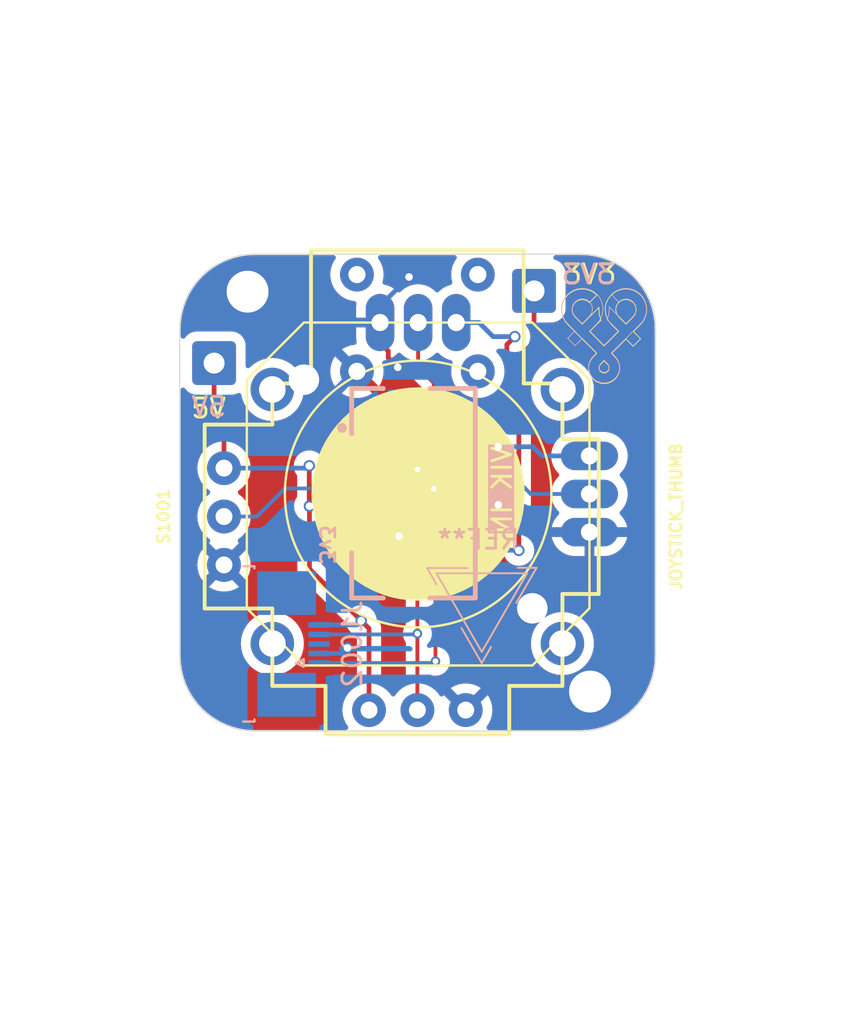
<source format=kicad_pcb>
(kicad_pcb (version 20221018) (generator pcbnew)
  (layers (0 "F.Cu" signal) (31 "B.Cu" signal) (34 "B.Paste" user) (35 "F.Paste" user) (36 "B.SilkS" user "B.Silkscreen") (37 "F.SilkS" user "F.Silkscreen") (38 "B.Mask" user) (39 "F.Mask" user) (44 "Edge.Cuts" user))
  (net 0 "")
  (net 1 "GND")
  (net 2 "VDD_5V")
  (net 3 "VDD_3.3V")
  (net 4 "SCLK")
  (net 5 "MOSI")
  (net 6 "MISO")
  (net 8 "RGB_LED_IN")
  (net 9 "CS")
  (net 10 "GPIO_AD2")
  (net 11 "GPIO_AD1")
  (net 12 "SCL")
  (net 13 "SDA")
  (footprint "local:sparkfun_9032_joystick_thumb" (layer "F.Cu") (at 81.569194 111.984771)
    (fp_text reference "S1001" (at -13.335 0 90) (layer "F.SilkS") (effects (font (size 0.6096 0.6096) (thickness 0.127))))
    (fp_text value "JOYSTICK_THUMB" (at 13.589 0 90) (layer "F.SilkS") (effects (font (size 0.6096 0.6096) (thickness 0.127))))
    (fp_line (start -11.176 -4.826) (end -11.176 4.826) (stroke (width 0.2032)) (layer "F.SilkS"))
    (fp_line (start -7.62 -4.826) (end -11.176 -4.826) (stroke (width 0.2032)) (layer "F.SilkS"))
    (fp_line (start -7.62 -4.826) (end -7.62 -6.985) (stroke (width 0.2032)) (layer "F.SilkS"))
    (fp_line (start -7.62 4.826) (end -11.176 4.826) (stroke (width 0.2032)) (layer "F.SilkS"))
    (fp_line (start -7.62 4.826) (end -7.62 8.89) (stroke (width 0.2032)) (layer "F.SilkS"))
    (fp_line (start -5.588 -13.97) (end -5.588 -6.985) (stroke (width 0.2032)) (layer "F.SilkS"))
    (fp_line (start -5.588 -6.985) (end -7.62 -6.985) (stroke (width 0.2032)) (layer "F.SilkS"))
    (fp_line (start -4.826 8.89) (end -7.62 8.89) (stroke (width 0.2032)) (layer "F.SilkS"))
    (fp_line (start -4.826 11.43) (end -4.826 8.89) (stroke (width 0.2032)) (layer "F.SilkS"))
    (fp_line (start 4.826 8.89) (end 7.62 8.89) (stroke (width 0.2032)) (layer "F.SilkS"))
    (fp_line (start 4.826 11.43) (end -4.826 11.43) (stroke (width 0.2032)) (layer "F.SilkS"))
    (fp_line (start 4.826 11.43) (end 4.826 8.89) (stroke (width 0.2032)) (layer "F.SilkS"))
    (fp_line (start 5.588 -13.97) (end -5.588 -13.97) (stroke (width 0.2032)) (layer "F.SilkS"))
    (fp_line (start 5.588 -13.97) (end 5.588 -6.985) (stroke (width 0.2032)) (layer "F.SilkS"))
    (fp_line (start 7.62 -6.985) (end 5.588 -6.985) (stroke (width 0.2032)) (layer "F.SilkS"))
    (fp_line (start 7.62 -4.064) (end 7.62 -6.985) (stroke (width 0.2032)) (layer "F.SilkS"))
    (fp_line (start 7.62 -4.064) (end 9.525 -4.064) (stroke (width 0.2032)) (layer "F.SilkS"))
    (fp_line (start 7.62 4.064) (end 7.62 8.89) (stroke (width 0.2032)) (layer "F.SilkS"))
    (fp_line (start 7.62 4.064) (end 9.525 4.064) (stroke (width 0.2032)) (layer "F.SilkS"))
    (fp_line (start 9.525 -4.064) (end 9.525 4.064) (stroke (width 0.2032)) (layer "F.SilkS"))
    (fp_circle (center 0 0) (end 0 -0.635) (stroke (width 0.2032)) (fill none) (layer "F.SilkS"))
    (pad "B1A" thru_hole circle (at -3.175 -12.7) (size 1.778 1.778) (drill 0.89916) (layers "*.Cu" "*.Mask"))
    (pad "B1B" thru_hole circle (at 3.175 -12.7) (size 1.778 1.778) (drill 0.89916) (layers "*.Cu" "*.Mask"))
    (pad "B2A" thru_hole circle (at -3.175 -7.62) (size 1.778 1.778) (drill 0.89916) (layers "*.Cu" "*.Mask") (net 1 "GND"))
    (pad "B2B" thru_hole circle (at 3.175 -7.62) (size 1.778 1.778) (drill 0.89916) (layers "*.Cu" "*.Mask"))
    (pad "H1" thru_hole circle (at -2.54 10.16) (size 1.778 1.778) (drill 0.889) (layers "*.Cu" "*.Mask") (net 2 "VDD_5V"))
    (pad "H2" thru_hole circle (at 0 10.16) (size 1.778 1.778) (drill 0.889) (layers "*.Cu" "*.Mask") (net 10 "GPIO_AD2"))
    (pad "H3" thru_hole circle (at 2.54 10.16) (size 1.778 1.778) (drill 0.889) (layers "*.Cu" "*.Mask") (net 1 "GND"))
    (pad "MOUN" thru_hole circle (at -7.62 -6.6675) (size 2.286 2.286) (drill 1.397) (layers "*.Cu" "*.Mask"))
    (pad "MOUN" thru_hole circle (at -7.62 6.6675) (size 2.286 2.286) (drill 1.397) (layers "*.Cu" "*.Mask"))
    (pad "MOUN" thru_hole circle (at 7.62 -6.6675) (size 2.286 2.286) (drill 1.397) (layers "*.Cu" "*.Mask"))
    (pad "MOUN" thru_hole circle (at 7.62 6.6675) (size 2.286 2.286) (drill 1.397) (layers "*.Cu" "*.Mask"))
    (pad "V1" thru_hole circle (at -10.16 -2.54) (size 1.778 1.778) (drill 0.889) (layers "*.Cu" "*.Mask") (net 2 "VDD_5V"))
    (pad "V2" thru_hole circle (at -10.16 0) (size 1.778 1.778) (drill 0.889) (layers "*.Cu" "*.Mask") (net 11 "GPIO_AD1"))
    (pad "V3" thru_hole circle (at -10.16 2.54) (size 1.778 1.778) (drill 0.889) (layers "*.Cu" "*.Mask") (net 1 "GND"))
  )
  (footprint "MountingHole:MountingHole_2.2mm_M2_ISO7380" (layer "F.Cu") (at 72.648 100.181999)
    (fp_text reference "REF**" hide)
    (fp_text value "MountingHole_2.2mm_M2_ISO7380")
    (pad "" np_thru_hole circle (at 0 0) (size 2.2 2.2) (drill 2.2) (layers "*.Cu" "*.Mask"))
  )
  (footprint "local:fingerpunch-logo-small" (layer "F.Cu") (at 91.379194 102.322271)
    (fp_text reference "REF**" hide)
    (fp_text value "fingerpunch-logo-small" hide)
    (fp_line (start -2.235199 -1.193481) (end -2.21435 -0.979777) (stroke (width 0.04)) (layer "F.SilkS"))
    (fp_line (start -2.21435 -1.407105) (end -2.235199 -1.193481) (stroke (width 0.04)) (layer "F.SilkS"))
    (fp_line (start -2.21435 -0.979777) (end -2.153072 -0.777133) (stroke (width 0.04)) (layer "F.SilkS"))
    (fp_line (start -2.153073 -1.609617) (end -2.21435 -1.407105) (stroke (width 0.04)) (layer "F.SilkS"))
    (fp_line (start -2.153072 -0.777133) (end -2.053272 -0.59047) (stroke (width 0.04)) (layer "F.SilkS"))
    (fp_line (start -2.053272 -1.796253) (end -2.153073 -1.609617) (stroke (width 0.04)) (layer "F.SilkS"))
    (fp_line (start -2.053272 -0.59047) (end -1.916853 -0.424709) (stroke (width 0.04)) (layer "F.SilkS"))
    (fp_line (start -1.916853 -1.962253) (end -2.053272 -1.796253) (stroke (width 0.04)) (layer "F.SilkS"))
    (fp_line (start -1.916853 -0.424709) (end -0.390027 1.102123) (stroke (width 0.04)) (layer "F.SilkS"))
    (fp_line (start -1.746444 -2.101345) (end -1.916853 -1.962253) (stroke (width 0.04)) (layer "F.SilkS"))
    (fp_line (start -1.683736 -1.193481) (end -1.643167 -1.398727) (stroke (width 0.04)) (layer "F.SilkS"))
    (fp_line (start -1.643167 -1.398727) (end -1.526821 -1.572223) (stroke (width 0.04)) (layer "F.SilkS"))
    (fp_line (start -1.643167 -0.988447) (end -1.683736 -1.193481) (stroke (width 0.04)) (layer "F.SilkS"))
    (fp_line (start -1.557302 -2.200696) (end -1.746444 -2.101345) (stroke (width 0.04)) (layer "F.SilkS"))
    (fp_line (start -1.526821 -1.572223) (end -1.349639 -1.689698) (stroke (width 0.04)) (layer "F.SilkS"))
    (fp_line (start -1.526821 -0.814739) (end -1.643167 -0.988447) (stroke (width 0.04)) (layer "F.SilkS"))
    (fp_line (start -1.355672 -2.260306) (end -1.557302 -2.200696) (stroke (width 0.04)) (layer "F.SilkS"))
    (fp_line (start -1.349639 -1.689698) (end -1.147797 -1.728856) (stroke (width 0.04)) (layer "F.SilkS"))
    (fp_line (start -1.148079 -0.435997) (end -1.526821 -0.814739) (stroke (width 0.04)) (layer "F.SilkS"))
    (fp_line (start -1.147798 -2.280176) (end -1.355672 -2.260306) (stroke (width 0.04)) (layer "F.SilkS"))
    (fp_line (start -1.147797 -1.728856) (end -0.945955 -1.689698) (stroke (width 0.04)) (layer "F.SilkS"))
    (fp_line (start -0.945955 -1.689698) (end -0.768773 -1.572223) (stroke (width 0.04)) (layer "F.SilkS"))
    (fp_line (start -0.939924 -2.260306) (end -1.147798 -2.280176) (stroke (width 0.04)) (layer "F.SilkS"))
    (fp_line (start -0.816182 1.867226) (end -0.801259 2.023394) (stroke (width 0.04)) (layer "F.SilkS"))
    (fp_line (start -0.801259 1.711059) (end -0.816182 1.867226) (stroke (width 0.04)) (layer "F.SilkS"))
    (fp_line (start -0.801259 2.023394) (end -0.756492 2.174866) (stroke (width 0.04)) (layer "F.SilkS"))
    (fp_line (start -0.768773 -1.572223) (end -0.378743 -1.962253) (stroke (width 0.04)) (layer "F.SilkS"))
    (fp_line (start -0.757487 -0.045957) (end -0.160869 -0.642575) (stroke (width 0.04)) (layer "F.SilkS"))
    (fp_line (start -0.756492 1.559587) (end -0.801259 1.711059) (stroke (width 0.04)) (layer "F.SilkS"))
    (fp_line (start -0.756492 2.174866) (end -0.68188 2.316945) (stroke (width 0.04)) (layer "F.SilkS"))
    (fp_line (start -0.738294 -2.200696) (end -0.939924 -2.260306) (stroke (width 0.04)) (layer "F.SilkS"))
    (fp_line (start -0.68188 1.417508) (end -0.756492 1.559587) (stroke (width 0.04)) (layer "F.SilkS"))
    (fp_line (start -0.68188 2.316945) (end -0.577422 2.444934) (stroke (width 0.04)) (layer "F.SilkS"))
    (fp_line (start -0.577422 1.289518) (end -0.68188 1.417508) (stroke (width 0.04)) (layer "F.SilkS"))
    (fp_line (start -0.577422 2.444934) (end -0.449408 2.549392) (stroke (width 0.04)) (layer "F.SilkS"))
    (fp_line (start -0.549152 -2.101345) (end -0.738294 -2.200696) (stroke (width 0.04)) (layer "F.SilkS"))
    (fp_line (start -0.449408 2.549392) (end -0.307265 2.624004) (stroke (width 0.04)) (layer "F.SilkS"))
    (fp_line (start -0.390027 1.102123) (end -0.577422 1.289518) (stroke (width 0.04)) (layer "F.SilkS"))
    (fp_line (start -0.378743 -1.962253) (end -0.549152 -2.101345) (stroke (width 0.04)) (layer "F.SilkS"))
    (fp_line (start -0.307265 2.624004) (end -0.155704 2.668772) (stroke (width 0.04)) (layer "F.SilkS"))
    (fp_line (start -0.273758 -1.202503) (end -0.268113 -1.315956) (stroke (width 0.04)) (layer "F.SilkS"))
    (fp_line (start -0.268113 -1.315956) (end -1.148079 -0.435997) (stroke (width 0.04)) (layer "F.SilkS"))
    (fp_line (start -0.264873 1.867783) (end -0.245505 1.767806) (stroke (width 0.04)) (layer "F.SilkS"))
    (fp_line (start -0.245505 1.767806) (end -0.187403 1.680105) (stroke (width 0.04)) (layer "F.SilkS"))
    (fp_line (start -0.245505 1.967761) (end -0.264873 1.867783) (stroke (width 0.04)) (layer "F.SilkS"))
    (fp_line (start -0.245465 -0.914707) (end -0.273758 -1.202503) (stroke (width 0.04)) (layer "F.SilkS"))
    (fp_line (start -0.187403 1.680105) (end -0.000008 1.49271) (stroke (width 0.04)) (layer "F.SilkS"))
    (fp_line (start -0.187403 2.055461) (end -0.245505 1.967761) (stroke (width 0.04)) (layer "F.SilkS"))
    (fp_line (start -0.160869 -0.642575) (end -0.245465 -0.914707) (stroke (width 0.04)) (layer "F.SilkS"))
    (fp_line (start -0.155704 2.668772) (end 0.000568 2.683694) (stroke (width 0.04)) (layer "F.SilkS"))
    (fp_line (start -0.100496 2.111976) (end -0.187403 2.055461) (stroke (width 0.04)) (layer "F.SilkS"))
    (fp_line (start -0.000008 1.49271) (end 0.187388 1.680105) (stroke (width 0.04)) (layer "F.SilkS"))
    (fp_line (start -0.000007 0.712083) (end -0.757487 -0.045957) (stroke (width 0.04)) (layer "F.SilkS"))
    (fp_line (start -0.000007 0.712083) (end -0.000007 0.712083) (stroke (width 0.04)) (layer "F.SilkS"))
    (fp_line (start 0.000275 2.130814) (end -0.100496 2.111976) (stroke (width 0.04)) (layer "F.SilkS"))
    (fp_line (start 0.000568 2.683694) (end 0.15676 2.668772) (stroke (width 0.04)) (layer "F.SilkS"))
    (fp_line (start 0.056445 -1.200806) (end 0.097649 -0.901086) (stroke (width 0.04)) (layer "F.SilkS"))
    (fp_line (start 0.072919 -1.387735) (end 0.056445 -1.200806) (stroke (width 0.04)) (layer "F.SilkS"))
    (fp_line (start 0.097649 -0.901086) (end 0.204682 -0.648286) (stroke (width 0.04)) (layer "F.SilkS"))
    (fp_line (start 0.101046 2.111976) (end 0.000275 2.130814) (stroke (width 0.04)) (layer "F.SilkS"))
    (fp_line (start 0.120509 -1.566355) (end 0.072919 -1.387735) (stroke (width 0.04)) (layer "F.SilkS"))
    (fp_line (start 0.15676 2.668772) (end 0.30819 2.624004) (stroke (width 0.04)) (layer "F.SilkS"))
    (fp_line (start 0.187388 1.680105) (end 0.245821 1.767726) (stroke (width 0.04)) (layer "F.SilkS"))
    (fp_line (start 0.187953 2.055461) (end 0.101046 2.111976) (stroke (width 0.04)) (layer "F.SilkS"))
    (fp_line (start 0.187953 2.055461) (end 0.187953 2.055461) (stroke (width 0.04)) (layer "F.SilkS"))
    (fp_line (start 0.197732 -1.733651) (end 0.120509 -1.566355) (stroke (width 0.04)) (layer "F.SilkS"))
    (fp_line (start 0.204682 -0.648286) (end 0.374791 -0.428082) (stroke (width 0.04)) (layer "F.SilkS"))
    (fp_line (start 0.245821 1.767726) (end 0.265357 1.867571) (stroke (width 0.04)) (layer "F.SilkS"))
    (fp_line (start 0.24605 1.967522) (end 0.187953 2.055461) (stroke (width 0.04)) (layer "F.SilkS"))
    (fp_line (start 0.265357 1.867571) (end 0.24605 1.967522) (stroke (width 0.04)) (layer "F.SilkS"))
    (fp_line (start 0.303107 -1.886606) (end 0.197732 -1.733651) (stroke (width 0.04)) (layer "F.SilkS"))
    (fp_line (start 0.30819 2.624004) (end 0.450306 2.549392) (stroke (width 0.04)) (layer "F.SilkS"))
    (fp_line (start 0.374791 -0.428082) (end 0.757485 -0.045388) (stroke (width 0.04)) (layer "F.SilkS"))
    (fp_line (start 0.379871 -1.971273) (end 0.303107 -1.886606) (stroke (width 0.04)) (layer "F.SilkS"))
    (fp_line (start 0.390033 1.102123) (end 1.148081 0.344075) (stroke (width 0.04)) (layer "F.SilkS"))
    (fp_line (start 0.450306 2.549392) (end 0.578558 2.444934) (stroke (width 0.04)) (layer "F.SilkS"))
    (fp_line (start 0.550178 -2.108433) (end 0.379871 -1.971273) (stroke (width 0.04)) (layer "F.SilkS"))
    (fp_line (start 0.578558 1.289518) (end 0.390033 1.102123) (stroke (width 0.04)) (layer "F.SilkS"))
    (fp_line (start 0.578558 2.444934) (end 0.683015 2.316945) (stroke (width 0.04)) (layer "F.SilkS"))
    (fp_line (start 0.609042 -1.199689) (end 0.641215 -1.378053) (stroke (width 0.04)) (layer "F.SilkS"))
    (fp_line (start 0.641215 -1.378053) (end 0.730962 -1.534405) (stroke (width 0.04)) (layer "F.SilkS"))
    (fp_line (start 0.649188 -0.993314) (end 0.609042 -1.199689) (stroke (width 0.04)) (layer "F.SilkS"))
    (fp_line (start 0.683015 1.417508) (end 0.578558 1.289518) (stroke (width 0.04)) (layer "F.SilkS"))
    (fp_line (start 0.683015 2.316945) (end 0.757627 2.174866) (stroke (width 0.04)) (layer "F.SilkS"))
    (fp_line (start 0.730962 -1.534405) (end 0.768215 -1.578996) (stroke (width 0.04)) (layer "F.SilkS"))
    (fp_line (start 0.739025 -2.206223) (end 0.550178 -2.108433) (stroke (width 0.04)) (layer "F.SilkS"))
    (fp_line (start 0.757485 -0.045388) (end -0.000007 0.712083) (stroke (width 0.04)) (layer "F.SilkS"))
    (fp_line (start 0.757627 1.559587) (end 0.683015 1.417508) (stroke (width 0.04)) (layer "F.SilkS"))
    (fp_line (start 0.757627 2.174866) (end 0.802395 2.023394) (stroke (width 0.04)) (layer "F.SilkS"))
    (fp_line (start 0.765957 -0.818689) (end 0.649188 -0.993314) (stroke (width 0.04)) (layer "F.SilkS"))
    (fp_line (start 0.768215 -1.578996) (end 0.769344 -1.580125) (stroke (width 0.04)) (layer "F.SilkS"))
    (fp_line (start 0.769344 -1.580125) (end 0.94411 -1.694213) (stroke (width 0.04)) (layer "F.SilkS"))
    (fp_line (start 0.802395 1.711059) (end 0.757627 1.559587) (stroke (width 0.04)) (layer "F.SilkS"))
    (fp_line (start 0.802395 2.023394) (end 0.817317 1.867226) (stroke (width 0.04)) (layer "F.SilkS"))
    (fp_line (start 0.817317 1.867226) (end 0.802395 1.711059) (stroke (width 0.04)) (layer "F.SilkS"))
    (fp_line (start 0.940189 -2.264643) (end 0.739025 -2.206223) (stroke (width 0.04)) (layer "F.SilkS"))
    (fp_line (start 0.94411 -1.694213) (end 1.143006 -1.732525) (stroke (width 0.04)) (layer "F.SilkS"))
    (fp_line (start 1.143006 -1.732525) (end 1.347052 -1.692661) (stroke (width 0.04)) (layer "F.SilkS"))
    (fp_line (start 1.147444 -2.283693) (end 0.940189 -2.264643) (stroke (width 0.04)) (layer "F.SilkS"))
    (fp_line (start 1.148081 0.344075) (end 1.526823 0.722817) (stroke (width 0.04)) (layer "F.SilkS"))
    (fp_line (start 1.148651 -0.435995) (end 0.765957 -0.818689) (stroke (width 0.04)) (layer "F.SilkS"))
    (fp_line (start 1.347052 -1.692661) (end 1.527392 -1.572787) (stroke (width 0.04)) (layer "F.SilkS"))
    (fp_line (start 1.354568 -2.263373) (end 1.147444 -2.283693) (stroke (width 0.04)) (layer "F.SilkS"))
    (fp_line (start 1.526823 0.722817) (end 1.916853 0.332787) (stroke (width 0.04)) (layer "F.SilkS"))
    (fp_line (start 1.527392 -1.572787) (end 1.643738 -1.399079) (stroke (width 0.04)) (layer "F.SilkS"))
    (fp_line (start 1.527393 -0.814737) (end 1.148651 -0.435995) (stroke (width 0.04)) (layer "F.SilkS"))
    (fp_line (start 1.527393 -0.814737) (end 1.527393 -0.814737) (stroke (width 0.04)) (layer "F.SilkS"))
    (fp_line (start 1.538111 -0.045955) (end 1.916853 -0.424697) (stroke (width 0.04)) (layer "F.SilkS"))
    (fp_line (start 1.555334 -2.203683) (end 1.354568 -2.263373) (stroke (width 0.04)) (layer "F.SilkS"))
    (fp_line (start 1.643733 -0.98894) (end 1.527393 -0.814737) (stroke (width 0.04)) (layer "F.SilkS"))
    (fp_line (start 1.643738 -1.399079) (end 1.684307 -1.194045) (stroke (width 0.04)) (layer "F.SilkS"))
    (fp_line (start 1.684307 -1.194045) (end 1.643733 -0.98894) (stroke (width 0.04)) (layer "F.SilkS"))
    (fp_line (start 1.74352 -2.104623) (end 1.555334 -2.203683) (stroke (width 0.04)) (layer "F.SilkS"))
    (fp_line (start 1.912901 -1.966193) (end 1.74352 -2.104623) (stroke (width 0.04)) (layer "F.SilkS"))
    (fp_line (start 1.916853 -0.424697) (end 2.053272 -0.590697) (stroke (width 0.04)) (layer "F.SilkS"))
    (fp_line (start 1.916853 0.332787) (end 1.538111 -0.045955) (stroke (width 0.04)) (layer "F.SilkS"))
    (fp_line (start 2.051605 -1.798148) (end 1.912901 -1.966193) (stroke (width 0.04)) (layer "F.SilkS"))
    (fp_line (start 2.053272 -0.590697) (end 2.153073 -0.777333) (stroke (width 0.04)) (layer "F.SilkS"))
    (fp_line (start 2.152578 -1.610311) (end 2.051605 -1.798148) (stroke (width 0.04)) (layer "F.SilkS"))
    (fp_line (start 2.153073 -0.777333) (end 2.21435 -0.979845) (stroke (width 0.04)) (layer "F.SilkS"))
    (fp_line (start 2.214288 -1.407234) (end 2.152578 -1.610311) (stroke (width 0.04)) (layer "F.SilkS"))
    (fp_line (start 2.21435 -0.979845) (end 2.235199 -1.193469) (stroke (width 0.04)) (layer "F.SilkS"))
    (fp_line (start 2.235199 -1.193469) (end 2.214288 -1.407234) (stroke (width 0.04)) (layer "F.SilkS"))
  )
  (footprint "" (layer "F.Cu") (at 81.648 100.181999)
    (fp_text reference "" (at 0 0) (layer "F.SilkS") (effects (font (size 1.27 1.27))))
    (fp_text value "" (at 0 0) (layer "F.SilkS") (effects (font (size 1.27 1.27))))
  )
  (footprint "" (layer "F.Cu") (at 81.648 100.181999)
    (fp_text reference "" (at 0 0) (layer "F.SilkS") (effects (font (size 1.27 1.27))))
    (fp_text value "" (at 0 0) (layer "F.SilkS") (effects (font (size 1.27 1.27))))
  )
  (footprint "local:joystick_analog_xy" (layer "F.Cu") (at 81.609194 110.802271)
    (fp_text reference "JOY1001" hide)
    (fp_text value "JOYSTICK_ANALOG_XY" hide)
    (fp_line (start -9 -6) (end -6 -9) (stroke (width 0.127)) (layer "F.SilkS"))
    (fp_line (start -9 6) (end -9 -6) (stroke (width 0.127)) (layer "F.SilkS"))
    (fp_line (start -6 -9) (end 6 -9) (stroke (width 0.127)) (layer "F.SilkS"))
    (fp_line (start -6 9) (end -9 6) (stroke (width 0.127)) (layer "F.SilkS"))
    (fp_line (start 6 -9) (end 9 -6) (stroke (width 0.127)) (layer "F.SilkS"))
    (fp_line (start 6 9) (end -6 9) (stroke (width 0.127)) (layer "F.SilkS"))
    (fp_line (start 9 -6) (end 9 6) (stroke (width 0.127)) (layer "F.SilkS"))
    (fp_line (start 9 6) (end 6 9) (stroke (width 0.127)) (layer "F.SilkS"))
    (fp_circle (center 0 0) (end 7 0) (stroke (width 0.127)) (fill none) (layer "F.SilkS"))
    (fp_poly (pts (xy 0 -5.6) (xy 0.488072 -5.57869) (xy 0.97243 -5.514923) (xy 1.449387 -5.409185) (xy 1.915313 -5.262279) (xy 2.366662 -5.075324) (xy 2.8 -4.849742) (xy 3.212028 -4.587251) (xy 3.599611 -4.289849) (xy 3.959798 -3.959798) (xy 4.289849 -3.599611) (xy 4.587251 -3.212028) (xy 4.849742 -2.8) (xy 5.075324 -2.366662) (xy 5.262279 -1.915313) (xy 5.409185 -1.449387) (xy 5.514923 -0.97243) (xy 5.57869 -0.488072) (xy 5.6 0) (xy 5.57869 0.488072) (xy 5.514923 0.97243) (xy 5.409185 1.449387) (xy 5.262279 1.915313) (xy 5.075324 2.366662) (xy 4.849742 2.8) (xy 4.587251 3.212028) (xy 4.289849 3.599611) (xy 3.959798 3.959798) (xy 3.599611 4.289849) (xy 3.212028 4.587251) (xy 2.8 4.849742) (xy 2.366662 5.075324) (xy 1.915313 5.262279) (xy 1.449387 5.409185) (xy 0.97243 5.514923) (xy 0.488072 5.57869) (xy 0 5.6) (xy -0.488072 5.57869) (xy -0.97243 5.514923) (xy -1.449387 5.409185) (xy -1.915313 5.262279) (xy -2.366662 5.075324) (xy -2.8 4.849742) (xy -3.212028 4.587251) (xy -3.599611 4.289849) (xy -3.959798 3.959798) (xy -4.289849 3.599611) (xy -4.587251 3.212028) (xy -4.849742 2.8) (xy -5.075324 2.366662) (xy -5.262279 1.915313) (xy -5.409185 1.449387) (xy -5.514923 0.97243) (xy -5.57869 0.488072) (xy -5.6 0) (xy -5.57869 -0.488072) (xy -5.514923 -0.97243) (xy -5.409185 -1.449387) (xy -5.262279 -1.915313) (xy -5.075324 -2.366662) (xy -4.849742 -2.8) (xy -4.587251 -3.212028) (xy -4.289849 -3.599611) (xy -3.959798 -3.959798) (xy -3.599611 -4.289849) (xy -3.212028 -4.587251) (xy -2.8 -4.849742) (xy -2.366662 -5.075324) (xy -1.915313 -5.262279) (xy -1.449387 -5.409185) (xy -0.97243 -5.514923) (xy -0.488072 -5.57869)) (fill solid) (layer "F.SilkS"))
    (pad "" np_thru_hole circle (at -6 -6) (size 1.6 1.6) (drill 1.6) (layers "*.Cu" "*.Mask"))
    (pad "" np_thru_hole circle (at 6 6) (size 1.6 1.6) (drill 1.6) (layers "*.Cu" "*.Mask"))
    (pad "X" thru_hole oval (at 0 -9 90) (size 3 1.5) (drill 0.9) (layers "*.Cu" "*.Mask") (net 11 "GPIO_AD1"))
    (pad "X+" thru_hole oval (at 2 -9 90) (size 3 1.5) (drill 0.9) (layers "*.Cu" "*.Mask") (net 2 "VDD_5V"))
    (pad "X-" thru_hole oval (at -2 -9 90) (size 3 1.5) (drill 0.9) (layers "*.Cu" "*.Mask") (net 1 "GND"))
    (pad "Y" thru_hole oval (at 9 0) (size 3 1.5) (drill 0.9) (layers "*.Cu" "*.Mask") (net 10 "GPIO_AD2"))
    (pad "Y+" thru_hole oval (at 9 -2) (size 3 1.5) (drill 0.9) (layers "*.Cu" "*.Mask") (net 2 "VDD_5V"))
    (pad "Y-" thru_hole oval (at 9 2) (size 3 1.5) (drill 0.9) (layers "*.Cu" "*.Mask") (net 1 "GND"))
  )
  (footprint "MountingHole:MountingHole_2.2mm_M2_ISO7380" (layer "F.Cu") (at 90.638 121.171999 90)
    (fp_text reference "REF**" hide)
    (fp_text value "MountingHole_2.2mm_M2_ISO7380")
    (pad "" np_thru_hole circle (at 0 0 90) (size 2.2 2.2) (drill 2.2) (layers "*.Cu" "*.Mask"))
  )
  (footprint "Connector_Wire:SolderWire-0.5sqmm_1x01_D0.9mm_OD2.3mm" (layer "F.Cu") (at 87.699194 100.142271)
    (fp_text reference "J1001" hide)
    (fp_text value "Conn_01x01_Socket" hide)
    (pad "1" thru_hole roundrect (at 0 0) (size 2.3 2.3) (drill 1.1) (layers "*.Cu" "*.Mask") (roundrect_rratio 0.108696087) (net 3 "VDD_3.3V"))
  )
  (footprint "Connector_Wire:SolderWire-0.5sqmm_1x01_D0.9mm_OD2.3mm" (layer "F.Cu") (at 70.889194 103.932271)
    (fp_text reference "J1007" hide)
    (fp_text value "Conn_01x01_Socket" hide)
    (pad "1" thru_hole roundrect (at 0 0) (size 2.3 2.3) (drill 1.1) (layers "*.Cu" "*.Mask") (roundrect_rratio 0.108696087) (net 2 "VDD_5V"))
  )
  (footprint "vik:vik-logo-small" (layer "B.Cu") (at 84.949194 116.482271 180)
    (fp_text reference "REF**" (at 0.18 3.29 unlocked) (layer "B.SilkS") (effects (justify mirror)))
    (fp_text value "vik-logo-small")
    (fp_line (start -2.880161 1.806346) (end -1.892323 1.805976) (stroke (width 0.1)) (layer "B.SilkS"))
    (fp_line (start -2.383804 1.52) (end 2.38 1.52) (stroke (width 0.1)) (layer "B.SilkS"))
    (fp_line (start -1.815689 -0.036813) (end -2.880161 1.806346) (stroke (width 0.1)) (layer "B.SilkS"))
    (fp_line (start -0.001902 -2.605575) (end -2.383804 1.52) (stroke (width 0.1)) (layer "B.SilkS"))
    (fp_line (start 0.000114 -3.195112) (end -0.493459 -2.339419) (stroke (width 0.1)) (layer "B.SilkS"))
    (fp_line (start 0.741256 1.793386) (end 2.869715 1.793686) (stroke (width 0.1)) (layer "B.SilkS"))
    (fp_line (start 1.064084 -1.351662) (end 0.000114 -3.195112) (stroke (width 0.1)) (layer "B.SilkS"))
    (fp_line (start 2.38 1.52) (end -0.001902 -2.605575) (stroke (width 0.1)) (layer "B.SilkS"))
    (fp_line (start 2.869715 1.793686) (end 2.375449 0.938393) (stroke (width 0.1)) (layer "B.SilkS"))
  )
  (footprint "vik:vik-module-connector-horizontal" (layer "B.Cu") (at 80.317194 110.762271 -90)
    (fp_text reference "J1003" hide)
    (fp_text value "~" hide)
    (fp_text user "VIK IN" (at -2.56 -6.282 90 unlocked) (layer "B.SilkS" knockout) (effects (justify left bottom mirror)))
    (fp_text user "3v3" (at 3.79 3.938 -90 unlocked) (layer "B.SilkS") (effects (font (size 0.75 0.75)) (justify left bottom mirror)))
    (fp_line (start -5.5 -4.295) (end -5.5 -1.912) (stroke (width 0.254)) (layer "B.SilkS"))
    (fp_line (start -5.5 0.539) (end -5.5 2.2) (stroke (width 0.254)) (layer "B.SilkS"))
    (fp_line (start -5.5 2.2) (end -3.131 2.2) (stroke (width 0.254)) (layer "B.SilkS"))
    (fp_line (start 5.5 -4.295) (end -5.5 -4.295) (stroke (width 0.254)) (layer "B.SilkS"))
    (fp_line (start 5.5 -4.295) (end 5.5 -1.912) (stroke (width 0.254)) (layer "B.SilkS"))
    (fp_line (start 5.5 0.539) (end 5.5 2.2) (stroke (width 0.254)) (layer "B.SilkS"))
    (fp_line (start 5.5 2.2) (end 3.131 2.2) (stroke (width 0.254)) (layer "B.SilkS"))
    (fp_circle (center -3.429 2.708) (end -3.302 2.708) (stroke (width 0.254)) (fill none) (layer "B.SilkS"))
    (pad "1" smd rect (at -2.75 2.038 270) (size 0.28 1.25) (layers "B.Cu" "B.Paste" "B.Mask") (net 4 "SCLK"))
    (pad "2" smd rect (at -2.25 2.038 270) (size 0.28 1.25) (layers "B.Cu" "B.Paste" "B.Mask") (net 6 "MISO"))
    (pad "3" smd rect (at -1.75 2.038 270) (size 0.28 1.25) (layers "B.Cu" "B.Paste" "B.Mask") (net 9 "CS"))
    (pad "4" smd rect (at -1.25 2.038 270) (size 0.28 1.25) (layers "B.Cu" "B.Paste" "B.Mask") (net 10 "GPIO_AD2"))
    (pad "5" smd rect (at -0.75 2.038 270) (size 0.28 1.25) (layers "B.Cu" "B.Paste" "B.Mask") (net 5 "MOSI"))
    (pad "6" smd rect (at -0.25 2.038 270) (size 0.28 1.25) (layers "B.Cu" "B.Paste" "B.Mask") (net 11 "GPIO_AD1"))
    (pad "7" smd rect (at 0.25 2.038 270) (size 0.28 1.25) (layers "B.Cu" "B.Paste" "B.Mask") (net 2 "VDD_5V"))
    (pad "8" smd rect (at 0.75 2.038 270) (size 0.28 1.25) (layers "B.Cu" "B.Paste" "B.Mask") (net 8 "RGB_LED_IN"))
    (pad "9" smd rect (at 1.25 2.038 270) (size 0.28 1.25) (layers "B.Cu" "B.Paste" "B.Mask") (net 12 "SCL"))
    (pad "10" smd rect (at 1.75 2.038 270) (size 0.28 1.25) (layers "B.Cu" "B.Paste" "B.Mask") (net 13 "SDA"))
    (pad "11" smd rect (at 2.25 2.038 270) (size 0.28 1.25) (layers "B.Cu" "B.Paste" "B.Mask") (net 1 "GND"))
    (pad "12" smd rect (at 2.75 2.038 270) (size 0.28 1.25) (layers "B.Cu" "B.Paste" "B.Mask") (net 3 "VDD_3.3V"))
    (pad "13" smd rect (at 4.55 -0.686 270) (size 1.8 2) (layers "B.Cu" "B.Paste" "B.Mask"))
    (pad "14" smd rect (at -4.55 -0.686 270) (size 1.8 2) (layers "B.Cu" "B.Paste" "B.Mask"))
  )
  (footprint "local:fingerpunch-logo-small" (layer "B.Cu") (at 91.379194 102.292271 180)
    (fp_text reference "REF**" hide)
    (fp_text value "fingerpunch-logo-small" hide)
    (fp_line (start -2.235199 1.193481) (end -2.21435 0.979777) (stroke (width 0.04)) (layer "B.SilkS"))
    (fp_line (start -2.21435 0.979777) (end -2.153072 0.777133) (stroke (width 0.04)) (layer "B.SilkS"))
    (fp_line (start -2.21435 1.407105) (end -2.235199 1.193481) (stroke (width 0.04)) (layer "B.SilkS"))
    (fp_line (start -2.153073 1.609617) (end -2.21435 1.407105) (stroke (width 0.04)) (layer "B.SilkS"))
    (fp_line (start -2.153072 0.777133) (end -2.053272 0.59047) (stroke (width 0.04)) (layer "B.SilkS"))
    (fp_line (start -2.053272 0.59047) (end -1.916853 0.424709) (stroke (width 0.04)) (layer "B.SilkS"))
    (fp_line (start -2.053272 1.796253) (end -2.153073 1.609617) (stroke (width 0.04)) (layer "B.SilkS"))
    (fp_line (start -1.916853 0.424709) (end -0.390027 -1.102123) (stroke (width 0.04)) (layer "B.SilkS"))
    (fp_line (start -1.916853 1.962253) (end -2.053272 1.796253) (stroke (width 0.04)) (layer "B.SilkS"))
    (fp_line (start -1.746444 2.101345) (end -1.916853 1.962253) (stroke (width 0.04)) (layer "B.SilkS"))
    (fp_line (start -1.683736 1.193481) (end -1.643167 1.398727) (stroke (width 0.04)) (layer "B.SilkS"))
    (fp_line (start -1.643167 0.988447) (end -1.683736 1.193481) (stroke (width 0.04)) (layer "B.SilkS"))
    (fp_line (start -1.643167 1.398727) (end -1.526821 1.572223) (stroke (width 0.04)) (layer "B.SilkS"))
    (fp_line (start -1.557302 2.200696) (end -1.746444 2.101345) (stroke (width 0.04)) (layer "B.SilkS"))
    (fp_line (start -1.526821 0.814739) (end -1.643167 0.988447) (stroke (width 0.04)) (layer "B.SilkS"))
    (fp_line (start -1.526821 1.572223) (end -1.349639 1.689698) (stroke (width 0.04)) (layer "B.SilkS"))
    (fp_line (start -1.355672 2.260306) (end -1.557302 2.200696) (stroke (width 0.04)) (layer "B.SilkS"))
    (fp_line (start -1.349639 1.689698) (end -1.147797 1.728856) (stroke (width 0.04)) (layer "B.SilkS"))
    (fp_line (start -1.148079 0.435997) (end -1.526821 0.814739) (stroke (width 0.04)) (layer "B.SilkS"))
    (fp_line (start -1.147798 2.280176) (end -1.355672 2.260306) (stroke (width 0.04)) (layer "B.SilkS"))
    (fp_line (start -1.147797 1.728856) (end -0.945955 1.689698) (stroke (width 0.04)) (layer "B.SilkS"))
    (fp_line (start -0.945955 1.689698) (end -0.768773 1.572223) (stroke (width 0.04)) (layer "B.SilkS"))
    (fp_line (start -0.939924 2.260306) (end -1.147798 2.280176) (stroke (width 0.04)) (layer "B.SilkS"))
    (fp_line (start -0.816182 -1.867226) (end -0.801259 -2.023394) (stroke (width 0.04)) (layer "B.SilkS"))
    (fp_line (start -0.801259 -2.023394) (end -0.756492 -2.174866) (stroke (width 0.04)) (layer "B.SilkS"))
    (fp_line (start -0.801259 -1.711059) (end -0.816182 -1.867226) (stroke (width 0.04)) (layer "B.SilkS"))
    (fp_line (start -0.768773 1.572223) (end -0.378743 1.962253) (stroke (width 0.04)) (layer "B.SilkS"))
    (fp_line (start -0.757487 0.045957) (end -0.160869 0.642575) (stroke (width 0.04)) (layer "B.SilkS"))
    (fp_line (start -0.756492 -2.174866) (end -0.68188 -2.316945) (stroke (width 0.04)) (layer "B.SilkS"))
    (fp_line (start -0.756492 -1.559587) (end -0.801259 -1.711059) (stroke (width 0.04)) (layer "B.SilkS"))
    (fp_line (start -0.738294 2.200696) (end -0.939924 2.260306) (stroke (width 0.04)) (layer "B.SilkS"))
    (fp_line (start -0.68188 -2.316945) (end -0.577422 -2.444934) (stroke (width 0.04)) (layer "B.SilkS"))
    (fp_line (start -0.68188 -1.417508) (end -0.756492 -1.559587) (stroke (width 0.04)) (layer "B.SilkS"))
    (fp_line (start -0.577422 -2.444934) (end -0.449408 -2.549392) (stroke (width 0.04)) (layer "B.SilkS"))
    (fp_line (start -0.577422 -1.289518) (end -0.68188 -1.417508) (stroke (width 0.04)) (layer "B.SilkS"))
    (fp_line (start -0.549152 2.101345) (end -0.738294 2.200696) (stroke (width 0.04)) (layer "B.SilkS"))
    (fp_line (start -0.449408 -2.549392) (end -0.307265 -2.624004) (stroke (width 0.04)) (layer "B.SilkS"))
    (fp_line (start -0.390027 -1.102123) (end -0.577422 -1.289518) (stroke (width 0.04)) (layer "B.SilkS"))
    (fp_line (start -0.378743 1.962253) (end -0.549152 2.101345) (stroke (width 0.04)) (layer "B.SilkS"))
    (fp_line (start -0.307265 -2.624004) (end -0.155704 -2.668772) (stroke (width 0.04)) (layer "B.SilkS"))
    (fp_line (start -0.273758 1.202503) (end -0.268113 1.315956) (stroke (width 0.04)) (layer "B.SilkS"))
    (fp_line (start -0.268113 1.315956) (end -1.148079 0.435997) (stroke (width 0.04)) (layer "B.SilkS"))
    (fp_line (start -0.264873 -1.867783) (end -0.245505 -1.767806) (stroke (width 0.04)) (layer "B.SilkS"))
    (fp_line (start -0.245505 -1.967761) (end -0.264873 -1.867783) (stroke (width 0.04)) (layer "B.SilkS"))
    (fp_line (start -0.245505 -1.767806) (end -0.187403 -1.680105) (stroke (width 0.04)) (layer "B.SilkS"))
    (fp_line (start -0.245465 0.914707) (end -0.273758 1.202503) (stroke (width 0.04)) (layer "B.SilkS"))
    (fp_line (start -0.187403 -2.055461) (end -0.245505 -1.967761) (stroke (width 0.04)) (layer "B.SilkS"))
    (fp_line (start -0.187403 -1.680105) (end -0.000008 -1.49271) (stroke (width 0.04)) (layer "B.SilkS"))
    (fp_line (start -0.160869 0.642575) (end -0.245465 0.914707) (stroke (width 0.04)) (layer "B.SilkS"))
    (fp_line (start -0.155704 -2.668772) (end 0.000568 -2.683694) (stroke (width 0.04)) (layer "B.SilkS"))
    (fp_line (start -0.100496 -2.111976) (end -0.187403 -2.055461) (stroke (width 0.04)) (layer "B.SilkS"))
    (fp_line (start -0.000008 -1.49271) (end 0.187388 -1.680105) (stroke (width 0.04)) (layer "B.SilkS"))
    (fp_line (start -0.000007 -0.712083) (end -0.757487 0.045957) (stroke (width 0.04)) (layer "B.SilkS"))
    (fp_line (start -0.000007 -0.712083) (end -0.000007 -0.712083) (stroke (width 0.04)) (layer "B.SilkS"))
    (fp_line (start 0.000275 -2.130814) (end -0.100496 -2.111976) (stroke (width 0.04)) (layer "B.SilkS"))
    (fp_line (start 0.000568 -2.683694) (end 0.15676 -2.668772) (stroke (width 0.04)) (layer "B.SilkS"))
    (fp_line (start 0.056445 1.200806) (end 0.097649 0.901086) (stroke (width 0.04)) (layer "B.SilkS"))
    (fp_line (start 0.072919 1.387735) (end 0.056445 1.200806) (stroke (width 0.04)) (layer "B.SilkS"))
    (fp_line (start 0.097649 0.901086) (end 0.204682 0.648286) (stroke (width 0.04)) (layer "B.SilkS"))
    (fp_line (start 0.101046 -2.111976) (end 0.000275 -2.130814) (stroke (width 0.04)) (layer "B.SilkS"))
    (fp_line (start 0.120509 1.566355) (end 0.072919 1.387735) (stroke (width 0.04)) (layer "B.SilkS"))
    (fp_line (start 0.15676 -2.668772) (end 0.30819 -2.624004) (stroke (width 0.04)) (layer "B.SilkS"))
    (fp_line (start 0.187388 -1.680105) (end 0.245821 -1.767726) (stroke (width 0.04)) (layer "B.SilkS"))
    (fp_line (start 0.187953 -2.055461) (end 0.101046 -2.111976) (stroke (width 0.04)) (layer "B.SilkS"))
    (fp_line (start 0.187953 -2.055461) (end 0.187953 -2.055461) (stroke (width 0.04)) (layer "B.SilkS"))
    (fp_line (start 0.197732 1.733651) (end 0.120509 1.566355) (stroke (width 0.04)) (layer "B.SilkS"))
    (fp_line (start 0.204682 0.648286) (end 0.374791 0.428082) (stroke (width 0.04)) (layer "B.SilkS"))
    (fp_line (start 0.245821 -1.767726) (end 0.265357 -1.867571) (stroke (width 0.04)) (layer "B.SilkS"))
    (fp_line (start 0.24605 -1.967522) (end 0.187953 -2.055461) (stroke (width 0.04)) (layer "B.SilkS"))
    (fp_line (start 0.265357 -1.867571) (end 0.24605 -1.967522) (stroke (width 0.04)) (layer "B.SilkS"))
    (fp_line (start 0.303107 1.886606) (end 0.197732 1.733651) (stroke (width 0.04)) (layer "B.SilkS"))
    (fp_line (start 0.30819 -2.624004) (end 0.450306 -2.549392) (stroke (width 0.04)) (layer "B.SilkS"))
    (fp_line (start 0.374791 0.428082) (end 0.757485 0.045388) (stroke (width 0.04)) (layer "B.SilkS"))
    (fp_line (start 0.379871 1.971273) (end 0.303107 1.886606) (stroke (width 0.04)) (layer "B.SilkS"))
    (fp_line (start 0.390033 -1.102123) (end 1.148081 -0.344075) (stroke (width 0.04)) (layer "B.SilkS"))
    (fp_line (start 0.450306 -2.549392) (end 0.578558 -2.444934) (stroke (width 0.04)) (layer "B.SilkS"))
    (fp_line (start 0.550178 2.108433) (end 0.379871 1.971273) (stroke (width 0.04)) (layer "B.SilkS"))
    (fp_line (start 0.578558 -2.444934) (end 0.683015 -2.316945) (stroke (width 0.04)) (layer "B.SilkS"))
    (fp_line (start 0.578558 -1.289518) (end 0.390033 -1.102123) (stroke (width 0.04)) (layer "B.SilkS"))
    (fp_line (start 0.609042 1.199689) (end 0.641215 1.378053) (stroke (width 0.04)) (layer "B.SilkS"))
    (fp_line (start 0.641215 1.378053) (end 0.730962 1.534405) (stroke (width 0.04)) (layer "B.SilkS"))
    (fp_line (start 0.649188 0.993314) (end 0.609042 1.199689) (stroke (width 0.04)) (layer "B.SilkS"))
    (fp_line (start 0.683015 -2.316945) (end 0.757627 -2.174866) (stroke (width 0.04)) (layer "B.SilkS"))
    (fp_line (start 0.683015 -1.417508) (end 0.578558 -1.289518) (stroke (width 0.04)) (layer "B.SilkS"))
    (fp_line (start 0.730962 1.534405) (end 0.768215 1.578996) (stroke (width 0.04)) (layer "B.SilkS"))
    (fp_line (start 0.739025 2.206223) (end 0.550178 2.108433) (stroke (width 0.04)) (layer "B.SilkS"))
    (fp_line (start 0.757485 0.045388) (end -0.000007 -0.712083) (stroke (width 0.04)) (layer "B.SilkS"))
    (fp_line (start 0.757627 -2.174866) (end 0.802395 -2.023394) (stroke (width 0.04)) (layer "B.SilkS"))
    (fp_line (start 0.757627 -1.559587) (end 0.683015 -1.417508) (stroke (width 0.04)) (layer "B.SilkS"))
    (fp_line (start 0.765957 0.818689) (end 0.649188 0.993314) (stroke (width 0.04)) (layer "B.SilkS"))
    (fp_line (start 0.768215 1.578996) (end 0.769344 1.580125) (stroke (width 0.04)) (layer "B.SilkS"))
    (fp_line (start 0.769344 1.580125) (end 0.94411 1.694213) (stroke (width 0.04)) (layer "B.SilkS"))
    (fp_line (start 0.802395 -2.023394) (end 0.817317 -1.867226) (stroke (width 0.04)) (layer "B.SilkS"))
    (fp_line (start 0.802395 -1.711059) (end 0.757627 -1.559587) (stroke (width 0.04)) (layer "B.SilkS"))
    (fp_line (start 0.817317 -1.867226) (end 0.802395 -1.711059) (stroke (width 0.04)) (layer "B.SilkS"))
    (fp_line (start 0.940189 2.264643) (end 0.739025 2.206223) (stroke (width 0.04)) (layer "B.SilkS"))
    (fp_line (start 0.94411 1.694213) (end 1.143006 1.732525) (stroke (width 0.04)) (layer "B.SilkS"))
    (fp_line (start 1.143006 1.732525) (end 1.347052 1.692661) (stroke (width 0.04)) (layer "B.SilkS"))
    (fp_line (start 1.147444 2.283693) (end 0.940189 2.264643) (stroke (width 0.04)) (layer "B.SilkS"))
    (fp_line (start 1.148081 -0.344075) (end 1.526823 -0.722817) (stroke (width 0.04)) (layer "B.SilkS"))
    (fp_line (start 1.148651 0.435995) (end 0.765957 0.818689) (stroke (width 0.04)) (layer "B.SilkS"))
    (fp_line (start 1.347052 1.692661) (end 1.527392 1.572787) (stroke (width 0.04)) (layer "B.SilkS"))
    (fp_line (start 1.354568 2.263373) (end 1.147444 2.283693) (stroke (width 0.04)) (layer "B.SilkS"))
    (fp_line (start 1.526823 -0.722817) (end 1.916853 -0.332787) (stroke (width 0.04)) (layer "B.SilkS"))
    (fp_line (start 1.527392 1.572787) (end 1.643738 1.399079) (stroke (width 0.04)) (layer "B.SilkS"))
    (fp_line (start 1.527393 0.814737) (end 1.148651 0.435995) (stroke (width 0.04)) (layer "B.SilkS"))
    (fp_line (start 1.527393 0.814737) (end 1.527393 0.814737) (stroke (width 0.04)) (layer "B.SilkS"))
    (fp_line (start 1.538111 0.045955) (end 1.916853 0.424697) (stroke (width 0.04)) (layer "B.SilkS"))
    (fp_line (start 1.555334 2.203683) (end 1.354568 2.263373) (stroke (width 0.04)) (layer "B.SilkS"))
    (fp_line (start 1.643733 0.98894) (end 1.527393 0.814737) (stroke (width 0.04)) (layer "B.SilkS"))
    (fp_line (start 1.643738 1.399079) (end 1.684307 1.194045) (stroke (width 0.04)) (layer "B.SilkS"))
    (fp_line (start 1.684307 1.194045) (end 1.643733 0.98894) (stroke (width 0.04)) (layer "B.SilkS"))
    (fp_line (start 1.74352 2.104623) (end 1.555334 2.203683) (stroke (width 0.04)) (layer "B.SilkS"))
    (fp_line (start 1.912901 1.966193) (end 1.74352 2.104623) (stroke (width 0.04)) (layer "B.SilkS"))
    (fp_line (start 1.916853 -0.332787) (end 1.538111 0.045955) (stroke (width 0.04)) (layer "B.SilkS"))
    (fp_line (start 1.916853 0.424697) (end 2.053272 0.590697) (stroke (width 0.04)) (layer "B.SilkS"))
    (fp_line (start 2.051605 1.798148) (end 1.912901 1.966193) (stroke (width 0.04)) (layer "B.SilkS"))
    (fp_line (start 2.053272 0.590697) (end 2.153073 0.777333) (stroke (width 0.04)) (layer "B.SilkS"))
    (fp_line (start 2.152578 1.610311) (end 2.051605 1.798148) (stroke (width 0.04)) (layer "B.SilkS"))
    (fp_line (start 2.153073 0.777333) (end 2.21435 0.979845) (stroke (width 0.04)) (layer "B.SilkS"))
    (fp_line (start 2.214288 1.407234) (end 2.152578 1.610311) (stroke (width 0.04)) (layer "B.SilkS"))
    (fp_line (start 2.21435 0.979845) (end 2.235199 1.193469) (stroke (width 0.04)) (layer "B.SilkS"))
    (fp_line (start 2.235199 1.193469) (end 2.214288 1.407234) (stroke (width 0.04)) (layer "B.SilkS"))
  )
  (footprint "Connector_FFC-FPC:TE_0-1734839-5_1x05-1MP_P0.5mm_Horizontal" (layer "B.Cu") (at 75.049194 118.672271 90)
    (fp_text reference "J1002" (at 0 3.1 90) (layer "B.SilkS") (effects (justify mirror)))
    (fp_text value "Conn_01x05_Socket")
    (fp_line (start -4.075 -2.04) (end -4.075 -2.64) (stroke (width 0.12)) (layer "B.SilkS"))
    (fp_line (start -3.965 -2.04) (end -4.075 -2.04) (stroke (width 0.12)) (layer "B.SilkS"))
    (fp_line (start -1.2 0.55) (end -1 0.15) (stroke (width 0.12)) (layer "B.SilkS"))
    (fp_line (start -1 0.15) (end -0.8 0.55) (stroke (width 0.12)) (layer "B.SilkS"))
    (fp_line (start -0.8 0.55) (end -1.2 0.55) (stroke (width 0.12)) (layer "B.SilkS"))
    (fp_line (start 3.965 -2.04) (end 4.075 -2.04) (stroke (width 0.12)) (layer "B.SilkS"))
    (fp_line (start 4.075 -2.04) (end 4.075 -2.64) (stroke (width 0.12)) (layer "B.SilkS"))
    (pad "1" smd rect (at -1 1.35 90) (size 0.3 1.1) (layers "B.Cu" "B.Paste" "B.Mask") (net 11 "GPIO_AD1"))
    (pad "2" smd rect (at -0.5 1.35 90) (size 0.3 1.1) (layers "B.Cu" "B.Paste" "B.Mask") (net 1 "GND"))
    (pad "3" smd rect (at 0 1.35 90) (size 0.3 1.1) (layers "B.Cu" "B.Paste" "B.Mask"))
    (pad "4" smd rect (at 0.5 1.35 90) (size 0.3 1.1) (layers "B.Cu" "B.Paste" "B.Mask") (net 10 "GPIO_AD2"))
    (pad "5" smd rect (at 1 1.35 90) (size 0.3 1.1) (layers "B.Cu" "B.Paste" "B.Mask") (net 2 "VDD_5V"))
    (pad "MP" smd rect (at -2.67 -0.35 90) (size 2.3 3.1) (layers "B.Cu" "B.Paste" "B.Mask"))
    (pad "MP" smd rect (at 2.67 -0.35 90) (size 2.3 3.1) (layers "B.Cu" "B.Paste" "B.Mask"))
  )
  (gr_arc (start 90.144194 98.212271) (mid 92.930173 99.366272) (end 94.084194 102.152271) (stroke (width 0.05)) (layer "Edge.Cuts"))
  (gr_line (start 69.084194 102.152271) (end 69.084194 119.302271) (stroke (width 0.05)) (layer "Edge.Cuts"))
  (gr_line (start 94.084194 119.302271) (end 94.084194 102.152271) (stroke (width 0.05)) (layer "Edge.Cuts"))
  (gr_line (start 90.144194 98.212271) (end 73.024194 98.212271) (stroke (width 0.05)) (layer "Edge.Cuts"))
  (gr_arc (start 73.024194 123.242271) (mid 70.238172 122.088274) (end 69.084194 119.302271) (stroke (width 0.05)) (layer "Edge.Cuts"))
  (gr_line (start 73.024194 123.242271) (end 90.144194 123.242271) (stroke (width 0.05)) (layer "Edge.Cuts"))
  (gr_arc (start 94.084194 119.302271) (mid 92.930205 122.088288) (end 90.144194 123.242271) (stroke (width 0.05)) (layer "Edge.Cuts"))
  (gr_arc (start 69.084194 102.152271) (mid 70.238193 99.366271) (end 73.024194 98.212271) (stroke (width 0.05)) (layer "Edge.Cuts"))
  (gr_text "3V3" (at 92.019194 99.852271) (layer "B.SilkS") (effects (font (size 1 1)) (justify left bottom mirror)))
  (gr_text "5V" (at 71.619194 106.812271) (layer "B.SilkS") (effects (font (size 1 1)) (justify left bottom mirror)))
  (gr_text "3V3" (at 89.159194 99.852271) (layer "F.SilkS") (effects (font (size 1 1)) (justify left bottom)))
  (gr_text "5V" (at 69.599194 106.892271) (layer "F.SilkS") (effects (font (size 1 1)) (justify left bottom)))
  (segment (start 80.039194 103.302271) (end 80.039194 103.652271) (width 0.25) (layer "F.Cu") (net 1))
  (segment (start 79.609194 101.802271) (end 79.609194 102.872271) (width 0.25) (layer "F.Cu") (net 1))
  (segment (start 79.609194 102.872271) (end 80.039194 103.302271) (width 0.25) (layer "F.Cu") (net 1))
  (segment (start 80.039194 103.652271) (end 80.539194 104.152271) (width 0.25) (layer "F.Cu") (net 1))
  (via (at 80.539194 104.152271) (size 0.6) (drill 0.4) (layers "F.Cu" "B.Cu") (net 1))
  (via (at 80.609194 113.022271) (size 0.6) (drill 0.4) (layers "F.Cu" "B.Cu") (net 1))
  (via (at 81.129194 99.412271) (size 0.6) (drill 0.4) (layers "F.Cu" "B.Cu") (net 1))
  (via (at 77.899194 118.882271) (size 0.6) (drill 0.4) (layers "F.Cu" "B.Cu") (net 1))
  (segment (start 79.609194 101.802271) (end 79.609194 100.932271) (width 0.25) (layer "B.Cu") (net 1))
  (segment (start 80.599194 113.012271) (end 80.609194 113.022271) (width 0.25) (layer "B.Cu") (net 1))
  (segment (start 76.399194 119.172271) (end 77.609194 119.172271) (width 0.25) (layer "B.Cu") (net 1))
  (segment (start 78.279194 113.012271) (end 80.599194 113.012271) (width 0.25) (layer "B.Cu") (net 1))
  (segment (start 79.609194 100.932271) (end 81.129194 99.412271) (width 0.25) (layer "B.Cu") (net 1))
  (segment (start 77.609194 119.172271) (end 77.899194 118.882271) (width 0.25) (layer "B.Cu") (net 1))
  (segment (start 79.029194 117.862271) (end 78.619194 117.452271) (width 0.25) (layer "F.Cu") (net 2))
  (segment (start 75.889194 109.322271) (end 75.889194 111.432271) (width 0.25) (layer "F.Cu") (net 2))
  (segment (start 70.889194 106.612271) (end 71.409194 107.132271) (width 0.25) (layer "F.Cu") (net 2))
  (segment (start 85.819194 108.332271) (end 85.809194 108.322271) (width 0.25) (layer "F.Cu") (net 2))
  (segment (start 85.809194 106.962271) (end 85.809194 108.322271) (width 0.25) (layer "F.Cu") (net 2))
  (segment (start 79.029194 122.144771) (end 79.029194 117.862271) (width 0.25) (layer "F.Cu") (net 2))
  (segment (start 86.689194 102.542271) (end 86.269194 102.962271) (width 0.25) (layer "F.Cu") (net 2))
  (segment (start 86.269194 106.502271) (end 85.809194 106.962271) (width 0.25) (layer "F.Cu") (net 2))
  (segment (start 85.819194 111.372271) (end 85.819194 108.332271) (width 0.25) (layer "F.Cu") (net 2))
  (segment (start 70.889194 103.932271) (end 70.889194 106.612271) (width 0.25) (layer "F.Cu") (net 2))
  (segment (start 75.899194 114.732271) (end 75.899194 111.442271) (width 0.25) (layer "F.Cu") (net 2))
  (segment (start 86.269194 102.962271) (end 86.269194 106.502271) (width 0.25) (layer "F.Cu") (net 2))
  (segment (start 78.619194 117.452271) (end 75.899194 114.732271) (width 0.25) (layer "F.Cu") (net 2))
  (segment (start 71.409194 107.132271) (end 71.409194 109.444771) (width 0.25) (layer "F.Cu") (net 2))
  (segment (start 75.889194 111.432271) (end 75.899194 111.442271) (width 0.25) (layer "F.Cu") (net 2))
  (via (at 75.889194 109.322271) (size 0.6) (drill 0.4) (layers "F.Cu" "B.Cu") (net 2))
  (via (at 78.619194 117.452271) (size 0.6) (drill 0.4) (layers "F.Cu" "B.Cu") (net 2))
  (via (at 85.809194 108.322271) (size 0.6) (drill 0.4) (layers "F.Cu" "B.Cu") (net 2))
  (via (at 75.899194 111.442271) (size 0.6) (drill 0.4) (layers "F.Cu" "B.Cu") (net 2))
  (via (at 86.689194 102.542271) (size 0.6) (drill 0.4) (layers "F.Cu" "B.Cu") (net 2))
  (via (at 85.819194 111.372271) (size 0.6) (drill 0.4) (layers "F.Cu" "B.Cu") (net 2))
  (segment (start 83.609194 101.802271) (end 84.809194 101.802271) (width 0.25) (layer "B.Cu") (net 2))
  (segment (start 80.309194 111.012271) (end 80.599194 111.302271) (width 0.25) (layer "B.Cu") (net 2))
  (segment (start 84.809194 101.802271) (end 85.209194 102.202271) (width 0.25) (layer "B.Cu") (net 2))
  (segment (start 85.549194 102.542271) (end 86.689194 102.542271) (width 0.25) (layer "B.Cu") (net 2))
  (segment (start 85.209194 102.202271) (end 85.549194 102.542271) (width 0.25) (layer "B.Cu") (net 2))
  (segment (start 75.899194 111.442271) (end 76.329194 111.012271) (width 0.25) (layer "B.Cu") (net 2))
  (segment (start 85.809194 108.322271) (end 87.629194 108.322271) (width 0.25) (layer "B.Cu") (net 2))
  (segment (start 71.409194 109.444771) (end 75.766694 109.444771) (width 0.25) (layer "B.Cu") (net 2))
  (segment (start 80.669194 111.372271) (end 85.819194 111.372271) (width 0.25) (layer "B.Cu") (net 2))
  (segment (start 78.279194 111.012271) (end 80.309194 111.012271) (width 0.25) (layer "B.Cu") (net 2))
  (segment (start 76.329194 111.012271) (end 78.279194 111.012271) (width 0.25) (layer "B.Cu") (net 2))
  (segment (start 87.629194 108.322271) (end 88.109194 108.802271) (width 0.25) (layer "B.Cu") (net 2))
  (segment (start 78.399194 117.672271) (end 78.619194 117.452271) (width 0.25) (layer "B.Cu") (net 2))
  (segment (start 88.109194 108.802271) (end 90.609194 108.802271) (width 0.25) (layer "B.Cu") (net 2))
  (segment (start 76.399194 117.672271) (end 78.399194 117.672271) (width 0.25) (layer "B.Cu") (net 2))
  (segment (start 75.766694 109.444771) (end 75.889194 109.322271) (width 0.25) (layer "B.Cu") (net 2))
  (segment (start 80.599194 111.302271) (end 80.669194 111.372271) (width 0.25) (layer "B.Cu") (net 2))
  (segment (start 86.899194 113.762271) (end 86.899194 103.622271) (width 0.25) (layer "F.Cu") (net 3))
  (segment (start 86.899194 103.622271) (end 87.699194 102.822271) (width 0.25) (layer "F.Cu") (net 3))
  (segment (start 87.699194 102.822271) (end 87.699194 100.142271) (width 0.25) (layer "F.Cu") (net 3))
  (via (at 86.899194 113.762271) (size 0.6) (drill 0.4) (layers "F.Cu" "B.Cu") (net 3))
  (segment (start 86.889194 113.752271) (end 86.899194 113.762271) (width 0.25) (layer "B.Cu") (net 3))
  (segment (start 79.919194 113.642271) (end 80.029194 113.752271) (width 0.25) (layer "B.Cu") (net 3))
  (segment (start 79.789194 113.512271) (end 79.919194 113.642271) (width 0.25) (layer "B.Cu") (net 3))
  (segment (start 80.029194 113.752271) (end 81.859194 113.752271) (width 0.25) (layer "B.Cu") (net 3))
  (segment (start 78.279194 113.512271) (end 79.789194 113.512271) (width 0.25) (layer "B.Cu") (net 3))
  (segment (start 81.859194 113.752271) (end 86.889194 113.752271) (width 0.25) (layer "B.Cu") (net 3))
  (segment (start 81.569194 118.132271) (end 81.569194 109.512271) (width 0.2) (layer "F.Cu") (net 10))
  (segment (start 81.569194 122.144771) (end 81.569194 118.132271) (width 0.2) (layer "F.Cu") (net 10))
  (via (at 81.569194 109.512271) (size 0.5) (drill 0.3) (layers "F.Cu" "B.Cu") (net 10))
  (via (at 81.569194 118.132271) (size 0.5) (drill 0.3) (layers "F.Cu" "B.Cu") (net 10))
  (segment (start 87.529194 110.802271) (end 90.609194 110.802271) (width 0.2) (layer "B.Cu") (net 10))
  (segment (start 86.239194 109.512271) (end 87.529194 110.802271) (width 0.2) (layer "B.Cu") (net 10))
  (segment (start 78.279194 109.512271) (end 81.569194 109.512271) (width 0.2) (layer "B.Cu") (net 10))
  (segment (start 81.569194 109.512271) (end 86.239194 109.512271) (width 0.2) (layer "B.Cu") (net 10))
  (segment (start 76.399194 118.172271) (end 81.529194 118.172271) (width 0.2) (layer "B.Cu") (net 10))
  (segment (start 81.529194 118.172271) (end 81.569194 118.132271) (width 0.2) (layer "B.Cu") (net 10))
  (segment (start 81.609194 104.152271) (end 81.609194 101.802271) (width 0.2) (layer "F.Cu") (net 11))
  (segment (start 82.429194 110.522271) (end 82.429194 104.972271) (width 0.2) (layer "F.Cu") (net 11))
  (segment (start 82.519194 119.582271) (end 82.519194 110.612271) (width 0.2) (layer "F.Cu") (net 11))
  (segment (start 82.519194 110.612271) (end 82.429194 110.522271) (width 0.2) (layer "F.Cu") (net 11))
  (segment (start 82.429194 104.972271) (end 81.609194 104.152271) (width 0.2) (layer "F.Cu") (net 11))
  (via (at 82.429194 110.522271) (size 0.5) (drill 0.3) (layers "F.Cu" "B.Cu") (net 11))
  (via (at 82.519194 119.582271) (size 0.5) (drill 0.3) (layers "F.Cu" "B.Cu") (net 11))
  (segment (start 74.609194 110.512271) (end 73.136694 111.984771) (width 0.2) (layer "B.Cu") (net 11))
  (segment (start 76.399194 119.672271) (end 82.429194 119.672271) (width 0.2) (layer "B.Cu") (net 11))
  (segment (start 82.419194 110.512271) (end 82.429194 110.522271) (width 0.2) (layer "B.Cu") (net 11))
  (segment (start 73.136694 111.984771) (end 71.409194 111.984771) (width 0.2) (layer "B.Cu") (net 11))
  (segment (start 82.429194 119.672271) (end 82.519194 119.582271) (width 0.2) (layer "B.Cu") (net 11))
  (segment (start 78.279194 110.512271) (end 82.419194 110.512271) (width 0.2) (layer "B.Cu") (net 11))
  (segment (start 78.279194 110.512271) (end 74.609194 110.512271) (width 0.2) (layer "B.Cu") (net 11))
  (zone (net 1) (net_name "GND") (layers "F&B.Cu") (connect_pads (clearance 0.508)) (min_thickness 0.254) (fill yes (thermal_gap 0.508) (thermal_bridge_width 0.508))
    (polygon (pts (xy 104.069194 85.122271) (xy 104.259194 138.632271) (xy 61.969194 138.442271) (xy 62.849194 84.872271)))
  )
)
</source>
